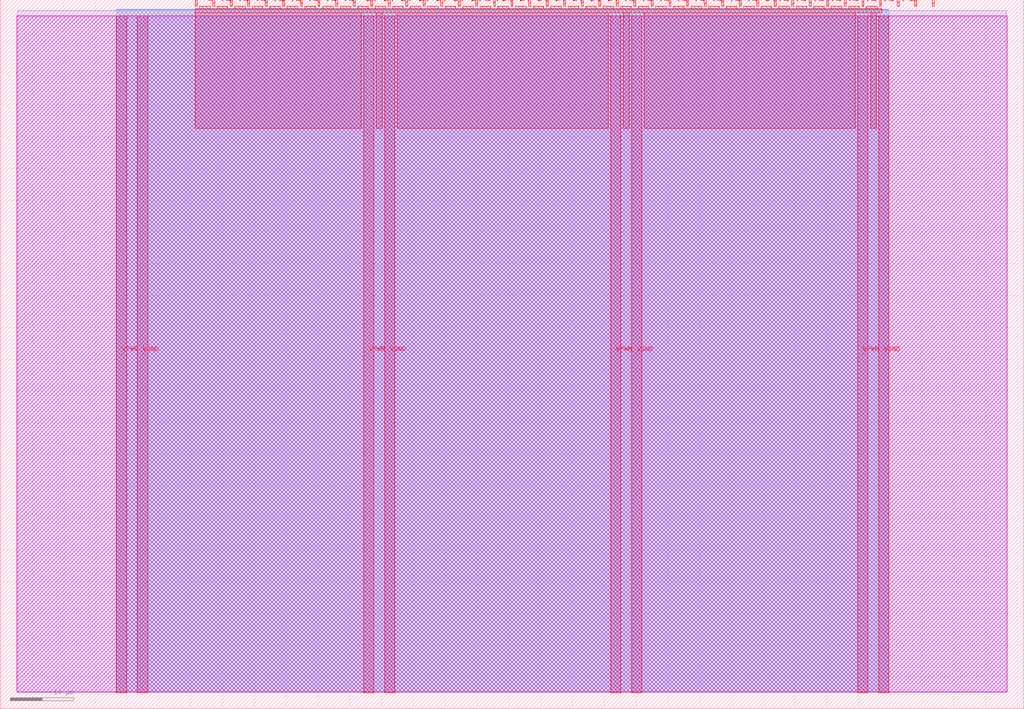
<source format=lef>
VERSION 5.7 ;
  NOWIREEXTENSIONATPIN ON ;
  DIVIDERCHAR "/" ;
  BUSBITCHARS "[]" ;
MACRO tt_um_CLA8
  CLASS BLOCK ;
  FOREIGN tt_um_CLA8 ;
  ORIGIN 0.000 0.000 ;
  SIZE 161.000 BY 111.520 ;
  PIN VGND
    DIRECTION INOUT ;
    USE GROUND ;
    PORT
      LAYER met4 ;
        RECT 21.580 2.480 23.180 109.040 ;
    END
    PORT
      LAYER met4 ;
        RECT 60.450 2.480 62.050 109.040 ;
    END
    PORT
      LAYER met4 ;
        RECT 99.320 2.480 100.920 109.040 ;
    END
    PORT
      LAYER met4 ;
        RECT 138.190 2.480 139.790 109.040 ;
    END
  END VGND
  PIN VPWR
    DIRECTION INOUT ;
    USE POWER ;
    PORT
      LAYER met4 ;
        RECT 18.280 2.480 19.880 109.040 ;
    END
    PORT
      LAYER met4 ;
        RECT 57.150 2.480 58.750 109.040 ;
    END
    PORT
      LAYER met4 ;
        RECT 96.020 2.480 97.620 109.040 ;
    END
    PORT
      LAYER met4 ;
        RECT 134.890 2.480 136.490 109.040 ;
    END
  END VPWR
  PIN clk
    DIRECTION INPUT ;
    USE SIGNAL ;
    PORT
      LAYER met4 ;
        RECT 143.830 110.520 144.130 111.520 ;
    END
  END clk
  PIN ena
    DIRECTION INPUT ;
    USE SIGNAL ;
    PORT
      LAYER met4 ;
        RECT 146.590 110.520 146.890 111.520 ;
    END
  END ena
  PIN rst_n
    DIRECTION INPUT ;
    USE SIGNAL ;
    PORT
      LAYER met4 ;
        RECT 141.070 110.520 141.370 111.520 ;
    END
  END rst_n
  PIN ui_in[0]
    DIRECTION INPUT ;
    USE SIGNAL ;
    ANTENNAGATEAREA 0.196500 ;
    PORT
      LAYER met4 ;
        RECT 138.310 110.520 138.610 111.520 ;
    END
  END ui_in[0]
  PIN ui_in[1]
    DIRECTION INPUT ;
    USE SIGNAL ;
    ANTENNAGATEAREA 0.196500 ;
    PORT
      LAYER met4 ;
        RECT 135.550 110.520 135.850 111.520 ;
    END
  END ui_in[1]
  PIN ui_in[2]
    DIRECTION INPUT ;
    USE SIGNAL ;
    ANTENNAGATEAREA 0.196500 ;
    PORT
      LAYER met4 ;
        RECT 132.790 110.520 133.090 111.520 ;
    END
  END ui_in[2]
  PIN ui_in[3]
    DIRECTION INPUT ;
    USE SIGNAL ;
    ANTENNAGATEAREA 0.213000 ;
    PORT
      LAYER met4 ;
        RECT 130.030 110.520 130.330 111.520 ;
    END
  END ui_in[3]
  PIN ui_in[4]
    DIRECTION INPUT ;
    USE SIGNAL ;
    ANTENNAGATEAREA 0.196500 ;
    PORT
      LAYER met4 ;
        RECT 127.270 110.520 127.570 111.520 ;
    END
  END ui_in[4]
  PIN ui_in[5]
    DIRECTION INPUT ;
    USE SIGNAL ;
    ANTENNAGATEAREA 0.196500 ;
    PORT
      LAYER met4 ;
        RECT 124.510 110.520 124.810 111.520 ;
    END
  END ui_in[5]
  PIN ui_in[6]
    DIRECTION INPUT ;
    USE SIGNAL ;
    ANTENNAGATEAREA 0.213000 ;
    PORT
      LAYER met4 ;
        RECT 121.750 110.520 122.050 111.520 ;
    END
  END ui_in[6]
  PIN ui_in[7]
    DIRECTION INPUT ;
    USE SIGNAL ;
    ANTENNAGATEAREA 0.196500 ;
    PORT
      LAYER met4 ;
        RECT 118.990 110.520 119.290 111.520 ;
    END
  END ui_in[7]
  PIN uio_in[0]
    DIRECTION INPUT ;
    USE SIGNAL ;
    ANTENNAGATEAREA 0.196500 ;
    PORT
      LAYER met4 ;
        RECT 116.230 110.520 116.530 111.520 ;
    END
  END uio_in[0]
  PIN uio_in[1]
    DIRECTION INPUT ;
    USE SIGNAL ;
    ANTENNAGATEAREA 0.196500 ;
    PORT
      LAYER met4 ;
        RECT 113.470 110.520 113.770 111.520 ;
    END
  END uio_in[1]
  PIN uio_in[2]
    DIRECTION INPUT ;
    USE SIGNAL ;
    ANTENNAGATEAREA 0.196500 ;
    PORT
      LAYER met4 ;
        RECT 110.710 110.520 111.010 111.520 ;
    END
  END uio_in[2]
  PIN uio_in[3]
    DIRECTION INPUT ;
    USE SIGNAL ;
    ANTENNAGATEAREA 0.213000 ;
    PORT
      LAYER met4 ;
        RECT 107.950 110.520 108.250 111.520 ;
    END
  END uio_in[3]
  PIN uio_in[4]
    DIRECTION INPUT ;
    USE SIGNAL ;
    ANTENNAGATEAREA 0.196500 ;
    PORT
      LAYER met4 ;
        RECT 105.190 110.520 105.490 111.520 ;
    END
  END uio_in[4]
  PIN uio_in[5]
    DIRECTION INPUT ;
    USE SIGNAL ;
    ANTENNAGATEAREA 0.196500 ;
    PORT
      LAYER met4 ;
        RECT 102.430 110.520 102.730 111.520 ;
    END
  END uio_in[5]
  PIN uio_in[6]
    DIRECTION INPUT ;
    USE SIGNAL ;
    ANTENNAGATEAREA 0.126000 ;
    PORT
      LAYER met4 ;
        RECT 99.670 110.520 99.970 111.520 ;
    END
  END uio_in[6]
  PIN uio_in[7]
    DIRECTION INPUT ;
    USE SIGNAL ;
    ANTENNAGATEAREA 0.196500 ;
    PORT
      LAYER met4 ;
        RECT 96.910 110.520 97.210 111.520 ;
    END
  END uio_in[7]
  PIN uio_oe[0]
    DIRECTION OUTPUT ;
    USE SIGNAL ;
    PORT
      LAYER met4 ;
        RECT 49.990 110.520 50.290 111.520 ;
    END
  END uio_oe[0]
  PIN uio_oe[1]
    DIRECTION OUTPUT ;
    USE SIGNAL ;
    PORT
      LAYER met4 ;
        RECT 47.230 110.520 47.530 111.520 ;
    END
  END uio_oe[1]
  PIN uio_oe[2]
    DIRECTION OUTPUT ;
    USE SIGNAL ;
    PORT
      LAYER met4 ;
        RECT 44.470 110.520 44.770 111.520 ;
    END
  END uio_oe[2]
  PIN uio_oe[3]
    DIRECTION OUTPUT ;
    USE SIGNAL ;
    PORT
      LAYER met4 ;
        RECT 41.710 110.520 42.010 111.520 ;
    END
  END uio_oe[3]
  PIN uio_oe[4]
    DIRECTION OUTPUT ;
    USE SIGNAL ;
    PORT
      LAYER met4 ;
        RECT 38.950 110.520 39.250 111.520 ;
    END
  END uio_oe[4]
  PIN uio_oe[5]
    DIRECTION OUTPUT ;
    USE SIGNAL ;
    PORT
      LAYER met4 ;
        RECT 36.190 110.520 36.490 111.520 ;
    END
  END uio_oe[5]
  PIN uio_oe[6]
    DIRECTION OUTPUT ;
    USE SIGNAL ;
    PORT
      LAYER met4 ;
        RECT 33.430 110.520 33.730 111.520 ;
    END
  END uio_oe[6]
  PIN uio_oe[7]
    DIRECTION OUTPUT ;
    USE SIGNAL ;
    PORT
      LAYER met4 ;
        RECT 30.670 110.520 30.970 111.520 ;
    END
  END uio_oe[7]
  PIN uio_out[0]
    DIRECTION OUTPUT ;
    USE SIGNAL ;
    PORT
      LAYER met4 ;
        RECT 72.070 110.520 72.370 111.520 ;
    END
  END uio_out[0]
  PIN uio_out[1]
    DIRECTION OUTPUT ;
    USE SIGNAL ;
    PORT
      LAYER met4 ;
        RECT 69.310 110.520 69.610 111.520 ;
    END
  END uio_out[1]
  PIN uio_out[2]
    DIRECTION OUTPUT ;
    USE SIGNAL ;
    PORT
      LAYER met4 ;
        RECT 66.550 110.520 66.850 111.520 ;
    END
  END uio_out[2]
  PIN uio_out[3]
    DIRECTION OUTPUT ;
    USE SIGNAL ;
    PORT
      LAYER met4 ;
        RECT 63.790 110.520 64.090 111.520 ;
    END
  END uio_out[3]
  PIN uio_out[4]
    DIRECTION OUTPUT ;
    USE SIGNAL ;
    PORT
      LAYER met4 ;
        RECT 61.030 110.520 61.330 111.520 ;
    END
  END uio_out[4]
  PIN uio_out[5]
    DIRECTION OUTPUT ;
    USE SIGNAL ;
    PORT
      LAYER met4 ;
        RECT 58.270 110.520 58.570 111.520 ;
    END
  END uio_out[5]
  PIN uio_out[6]
    DIRECTION OUTPUT ;
    USE SIGNAL ;
    PORT
      LAYER met4 ;
        RECT 55.510 110.520 55.810 111.520 ;
    END
  END uio_out[6]
  PIN uio_out[7]
    DIRECTION OUTPUT ;
    USE SIGNAL ;
    PORT
      LAYER met4 ;
        RECT 52.750 110.520 53.050 111.520 ;
    END
  END uio_out[7]
  PIN uo_out[0]
    DIRECTION OUTPUT ;
    USE SIGNAL ;
    ANTENNADIFFAREA 0.643500 ;
    PORT
      LAYER met4 ;
        RECT 94.150 110.520 94.450 111.520 ;
    END
  END uo_out[0]
  PIN uo_out[1]
    DIRECTION OUTPUT ;
    USE SIGNAL ;
    ANTENNADIFFAREA 1.721000 ;
    PORT
      LAYER met4 ;
        RECT 91.390 110.520 91.690 111.520 ;
    END
  END uo_out[1]
  PIN uo_out[2]
    DIRECTION OUTPUT ;
    USE SIGNAL ;
    ANTENNADIFFAREA 1.242000 ;
    PORT
      LAYER met4 ;
        RECT 88.630 110.520 88.930 111.520 ;
    END
  END uo_out[2]
  PIN uo_out[3]
    DIRECTION OUTPUT ;
    USE SIGNAL ;
    ANTENNADIFFAREA 1.721000 ;
    PORT
      LAYER met4 ;
        RECT 85.870 110.520 86.170 111.520 ;
    END
  END uo_out[3]
  PIN uo_out[4]
    DIRECTION OUTPUT ;
    USE SIGNAL ;
    ANTENNADIFFAREA 1.721000 ;
    PORT
      LAYER met4 ;
        RECT 83.110 110.520 83.410 111.520 ;
    END
  END uo_out[4]
  PIN uo_out[5]
    DIRECTION OUTPUT ;
    USE SIGNAL ;
    ANTENNADIFFAREA 1.242000 ;
    PORT
      LAYER met4 ;
        RECT 80.350 110.520 80.650 111.520 ;
    END
  END uo_out[5]
  PIN uo_out[6]
    DIRECTION OUTPUT ;
    USE SIGNAL ;
    ANTENNADIFFAREA 1.721000 ;
    PORT
      LAYER met4 ;
        RECT 77.590 110.520 77.890 111.520 ;
    END
  END uo_out[6]
  PIN uo_out[7]
    DIRECTION OUTPUT ;
    USE SIGNAL ;
    ANTENNADIFFAREA 1.721000 ;
    PORT
      LAYER met4 ;
        RECT 74.830 110.520 75.130 111.520 ;
    END
  END uo_out[7]
  OBS
      LAYER nwell ;
        RECT 2.570 2.635 158.430 108.990 ;
      LAYER li1 ;
        RECT 2.760 2.635 158.240 108.885 ;
      LAYER met1 ;
        RECT 2.760 2.480 158.240 109.780 ;
      LAYER met2 ;
        RECT 18.310 2.535 139.760 110.005 ;
      LAYER met3 ;
        RECT 18.290 2.555 139.780 109.985 ;
      LAYER met4 ;
        RECT 31.370 110.120 33.030 110.520 ;
        RECT 34.130 110.120 35.790 110.520 ;
        RECT 36.890 110.120 38.550 110.520 ;
        RECT 39.650 110.120 41.310 110.520 ;
        RECT 42.410 110.120 44.070 110.520 ;
        RECT 45.170 110.120 46.830 110.520 ;
        RECT 47.930 110.120 49.590 110.520 ;
        RECT 50.690 110.120 52.350 110.520 ;
        RECT 53.450 110.120 55.110 110.520 ;
        RECT 56.210 110.120 57.870 110.520 ;
        RECT 58.970 110.120 60.630 110.520 ;
        RECT 61.730 110.120 63.390 110.520 ;
        RECT 64.490 110.120 66.150 110.520 ;
        RECT 67.250 110.120 68.910 110.520 ;
        RECT 70.010 110.120 71.670 110.520 ;
        RECT 72.770 110.120 74.430 110.520 ;
        RECT 75.530 110.120 77.190 110.520 ;
        RECT 78.290 110.120 79.950 110.520 ;
        RECT 81.050 110.120 82.710 110.520 ;
        RECT 83.810 110.120 85.470 110.520 ;
        RECT 86.570 110.120 88.230 110.520 ;
        RECT 89.330 110.120 90.990 110.520 ;
        RECT 92.090 110.120 93.750 110.520 ;
        RECT 94.850 110.120 96.510 110.520 ;
        RECT 97.610 110.120 99.270 110.520 ;
        RECT 100.370 110.120 102.030 110.520 ;
        RECT 103.130 110.120 104.790 110.520 ;
        RECT 105.890 110.120 107.550 110.520 ;
        RECT 108.650 110.120 110.310 110.520 ;
        RECT 111.410 110.120 113.070 110.520 ;
        RECT 114.170 110.120 115.830 110.520 ;
        RECT 116.930 110.120 118.590 110.520 ;
        RECT 119.690 110.120 121.350 110.520 ;
        RECT 122.450 110.120 124.110 110.520 ;
        RECT 125.210 110.120 126.870 110.520 ;
        RECT 127.970 110.120 129.630 110.520 ;
        RECT 130.730 110.120 132.390 110.520 ;
        RECT 133.490 110.120 135.150 110.520 ;
        RECT 136.250 110.120 137.910 110.520 ;
        RECT 30.655 109.440 138.625 110.120 ;
        RECT 30.655 91.295 56.750 109.440 ;
        RECT 59.150 91.295 60.050 109.440 ;
        RECT 62.450 91.295 95.620 109.440 ;
        RECT 98.020 91.295 98.920 109.440 ;
        RECT 101.320 91.295 134.490 109.440 ;
        RECT 136.890 91.295 137.790 109.440 ;
  END
END tt_um_CLA8
END LIBRARY


</source>
